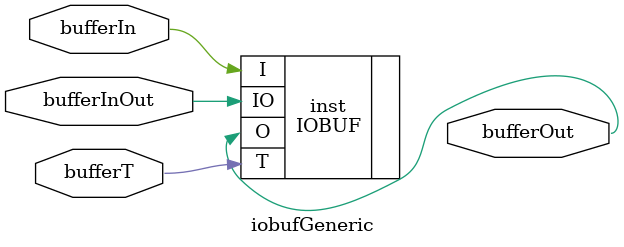
<source format=v>

module iobufGeneric (
    // IOBUF facing interal FPGA logic
    input   bufferIn,
    output  bufferOut,
    input   bufferT,
    // IOBUF facing external FPGA logic
    inout   bufferInOut);

IOBUF #(
    .DRIVE(12),
    .IOSTANDARD("DEFAULT"),
    .SLEW("FAST"))
  inst (
    .O(bufferOut),
    .I(bufferIn),
    .IO(bufferInOut),
    .T(bufferT)
);

endmodule

</source>
